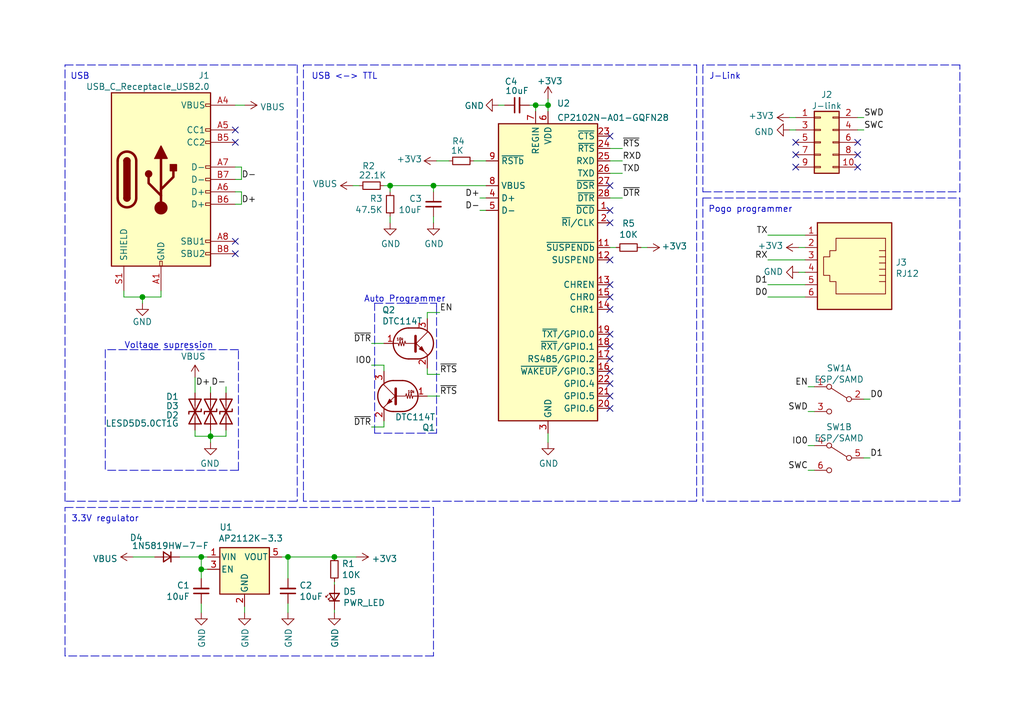
<source format=kicad_sch>
(kicad_sch (version 20210126) (generator eeschema)
  (paper "A5")
  (title_block (title "Programmer board") (date "2021-03-23") (rev "0.1") (comment 1 "ESP32/SAMD compatible "))
  (lib_symbols
    (symbol "Connector:RJ12" (pin_names (offset 1.016))
      (property "Reference" "J" (at -5.08 11.43 0))
      (property "Value" "RJ12" (at 2.54 11.43 0))
      (symbol "RJ12_0_1"
        (rectangle (start 7.62 10.16) (end -7.62 -7.62) (stroke (width 0.254)) (fill (type background)))
        (polyline (pts (xy -6.35 -1.905) (xy -5.08 -1.905) (xy -5.08 -1.905)))
        (polyline (pts (xy -6.35 -0.635) (xy -5.08 -0.635) (xy -5.08 -0.635)))
        (polyline (pts (xy -6.35 0.635) (xy -5.08 0.635) (xy -5.08 0.635)))
        (polyline (pts (xy -6.35 1.905) (xy -5.08 1.905) (xy -5.08 1.905)))
        (polyline (pts (xy -6.35 3.175) (xy -5.08 3.175) (xy -5.08 3.175)))
        (polyline (pts (xy -5.08 4.445) (xy -6.35 4.445) (xy -6.35 4.445)))
        (polyline (pts (xy -6.35 -4.445) (xy -6.35 6.985) (xy 3.81 6.985) (xy 3.81 4.445) (xy 5.08 4.445) (xy 5.08 3.175) (xy 6.35 3.175) (xy 6.35 -0.635) (xy 5.08 -0.635) (xy 5.08 -1.905) (xy 3.81 -1.905) (xy 3.81 -4.445) (xy -6.35 -4.445) (xy -6.35 -4.445)))
      )
      (symbol "RJ12_1_1"
        (pin passive line (at 10.16 -5.08 180) (length 2.54) (name "~") (number "1"))
        (pin passive line (at 10.16 -2.54 180) (length 2.54) (name "~") (number "2"))
        (pin passive line (at 10.16 0 180) (length 2.54) (name "~") (number "3"))
        (pin passive line (at 10.16 2.54 180) (length 2.54) (name "~") (number "4"))
        (pin passive line (at 10.16 5.08 180) (length 2.54) (name "~") (number "5"))
        (pin passive line (at 10.16 7.62 180) (length 2.54) (name "~") (number "6"))
      )
    )
    (symbol "Connector:USB_C_Receptacle_USB2.0" (pin_names (offset 1.016))
      (property "Reference" "J" (at -10.16 19.05 0))
      (property "Value" "USB_C_Receptacle_USB2.0" (at 19.05 19.05 0))
      (symbol "USB_C_Receptacle_USB2.0_0_0"
        (rectangle (start -0.254 -17.78) (end 0.254 -16.764))
        (rectangle (start 10.16 -14.986) (end 9.144 -15.494))
        (rectangle (start 10.16 -12.446) (end 9.144 -12.954))
        (rectangle (start 10.16 -4.826) (end 9.144 -5.334))
        (rectangle (start 10.16 -2.286) (end 9.144 -2.794))
        (rectangle (start 10.16 0.254) (end 9.144 -0.254))
        (rectangle (start 10.16 2.794) (end 9.144 2.286))
        (rectangle (start 10.16 7.874) (end 9.144 7.366))
        (rectangle (start 10.16 10.414) (end 9.144 9.906))
        (rectangle (start 10.16 15.494) (end 9.144 14.986))
      )
      (symbol "USB_C_Receptacle_USB2.0_0_1"
        (arc (start -8.89 -3.81) (end -5.08 -3.81) (radius (at -6.985 -3.81) (length 1.905) (angles -179.9 -0.1)) (stroke (width 0.508)))
        (arc (start -7.62 -3.81) (end -6.35 -3.81) (radius (at -6.985 -3.81) (length 0.635) (angles -179.9 -0.1)) (stroke (width 0.254)))
        (arc (start -6.35 3.81) (end -7.62 3.81) (radius (at -6.985 3.81) (length 0.635) (angles 0.1 179.9)) (stroke (width 0.254)))
        (arc (start -5.08 3.81) (end -8.89 3.81) (radius (at -6.985 3.81) (length 1.905) (angles 0.1 179.9)) (stroke (width 0.508)))
        (arc (start -7.62 -3.81) (end -6.35 -3.81) (radius (at -6.985 -3.81) (length 0.635) (angles -179.9 -0.1)) (stroke (width 0.254)) (fill (type outline)))
        (arc (start -6.35 3.81) (end -7.62 3.81) (radius (at -6.985 3.81) (length 0.635) (angles 0.1 179.9)) (stroke (width 0.254)) (fill (type outline)))
        (circle (center -2.54 1.143) (radius 0.635) (stroke (width 0.254)) (fill (type outline)))
        (circle (center 0 -5.842) (radius 1.27) (fill (type outline)))
        (rectangle (start -7.62 -3.81) (end -6.35 3.81) (stroke (width 0.254)) (fill (type outline)))
        (rectangle (start 1.905 1.778) (end 3.175 3.048) (stroke (width 0.254)) (fill (type outline)))
        (rectangle (start -10.16 17.78) (end 10.16 -17.78) (stroke (width 0.254)) (fill (type background)))
        (polyline (pts (xy -8.89 -3.81) (xy -8.89 3.81)) (stroke (width 0.508)))
        (polyline (pts (xy -5.08 3.81) (xy -5.08 -3.81)) (stroke (width 0.508)))
        (polyline (pts (xy 0 -5.842) (xy 0 4.318)) (stroke (width 0.508)))
        (polyline (pts (xy 0 -3.302) (xy -2.54 -0.762) (xy -2.54 0.508)) (stroke (width 0.508)))
        (polyline (pts (xy 0 -2.032) (xy 2.54 0.508) (xy 2.54 1.778)) (stroke (width 0.508)))
        (polyline (pts (xy -1.27 4.318) (xy 0 6.858) (xy 1.27 4.318) (xy -1.27 4.318)) (stroke (width 0.254)) (fill (type outline)))
      )
      (symbol "USB_C_Receptacle_USB2.0_1_1"
        (pin passive line (at 0 -22.86 90) (length 5.08) (name "GND") (number "A1"))
        (pin passive line (at 0 -22.86 90) (length 5.08) hide (name "GND") (number "A12"))
        (pin passive line (at 15.24 15.24 180) (length 5.08) (name "VBUS") (number "A4"))
        (pin bidirectional line (at 15.24 10.16 180) (length 5.08) (name "CC1") (number "A5"))
        (pin bidirectional line (at 15.24 -2.54 180) (length 5.08) (name "D+") (number "A6"))
        (pin bidirectional line (at 15.24 2.54 180) (length 5.08) (name "D-") (number "A7"))
        (pin bidirectional line (at 15.24 -12.7 180) (length 5.08) (name "SBU1") (number "A8"))
        (pin passive line (at 15.24 15.24 180) (length 5.08) hide (name "VBUS") (number "A9"))
        (pin passive line (at 0 -22.86 90) (length 5.08) hide (name "GND") (number "B1"))
        (pin passive line (at 0 -22.86 90) (length 5.08) hide (name "GND") (number "B12"))
        (pin passive line (at 15.24 15.24 180) (length 5.08) hide (name "VBUS") (number "B4"))
        (pin bidirectional line (at 15.24 7.62 180) (length 5.08) (name "CC2") (number "B5"))
        (pin bidirectional line (at 15.24 -5.08 180) (length 5.08) (name "D+") (number "B6"))
        (pin bidirectional line (at 15.24 0 180) (length 5.08) (name "D-") (number "B7"))
        (pin bidirectional line (at 15.24 -15.24 180) (length 5.08) (name "SBU2") (number "B8"))
        (pin passive line (at 15.24 15.24 180) (length 5.08) hide (name "VBUS") (number "B9"))
        (pin passive line (at -7.62 -22.86 90) (length 5.08) (name "SHIELD") (number "S1"))
      )
    )
    (symbol "Connector_Generic:Conn_02x05_Odd_Even" (pin_names (offset 1.016) hide)
      (property "Reference" "J" (at 1.27 7.62 0))
      (property "Value" "Conn_02x05_Odd_Even" (at 1.27 -7.62 0))
      (symbol "Conn_02x05_Odd_Even_1_1"
        (rectangle (start -1.27 -4.953) (end 0 -5.207) (stroke (width 0.1524)))
        (rectangle (start -1.27 -2.413) (end 0 -2.667) (stroke (width 0.1524)))
        (rectangle (start -1.27 0.127) (end 0 -0.127) (stroke (width 0.1524)))
        (rectangle (start -1.27 2.667) (end 0 2.413) (stroke (width 0.1524)))
        (rectangle (start -1.27 5.207) (end 0 4.953) (stroke (width 0.1524)))
        (rectangle (start 3.81 -4.953) (end 2.54 -5.207) (stroke (width 0.1524)))
        (rectangle (start 3.81 -2.413) (end 2.54 -2.667) (stroke (width 0.1524)))
        (rectangle (start 3.81 0.127) (end 2.54 -0.127) (stroke (width 0.1524)))
        (rectangle (start 3.81 2.667) (end 2.54 2.413) (stroke (width 0.1524)))
        (rectangle (start 3.81 5.207) (end 2.54 4.953) (stroke (width 0.1524)))
        (rectangle (start -1.27 6.35) (end 3.81 -6.35) (stroke (width 0.254)) (fill (type background)))
        (pin passive line (at -5.08 5.08 0) (length 3.81) (name "Pin_1") (number "1"))
        (pin passive line (at 7.62 -5.08 180) (length 3.81) (name "Pin_10") (number "10"))
        (pin passive line (at 7.62 5.08 180) (length 3.81) (name "Pin_2") (number "2"))
        (pin passive line (at -5.08 2.54 0) (length 3.81) (name "Pin_3") (number "3"))
        (pin passive line (at 7.62 2.54 180) (length 3.81) (name "Pin_4") (number "4"))
        (pin passive line (at -5.08 0 0) (length 3.81) (name "Pin_5") (number "5"))
        (pin passive line (at 7.62 0 180) (length 3.81) (name "Pin_6") (number "6"))
        (pin passive line (at -5.08 -2.54 0) (length 3.81) (name "Pin_7") (number "7"))
        (pin passive line (at 7.62 -2.54 180) (length 3.81) (name "Pin_8") (number "8"))
        (pin passive line (at -5.08 -5.08 0) (length 3.81) (name "Pin_9") (number "9"))
      )
    )
    (symbol "Device:C_Small" (pin_numbers hide) (pin_names (offset 0.254) hide)
      (property "Reference" "C" (at 0.254 1.778 0))
      (property "Value" "C_Small" (at 0.254 -2.032 0))
      (symbol "C_Small_0_1"
        (polyline (pts (xy -1.524 -0.508) (xy 1.524 -0.508)) (stroke (width 0.3302)))
        (polyline (pts (xy -1.524 0.508) (xy 1.524 0.508)) (stroke (width 0.3048)))
      )
      (symbol "C_Small_1_1"
        (pin passive line (at 0 2.54 270) (length 2.032) (name "~") (number "1"))
        (pin passive line (at 0 -2.54 90) (length 2.032) (name "~") (number "2"))
      )
    )
    (symbol "Device:D_Small" (pin_numbers hide) (pin_names (offset 0.254) hide)
      (property "Reference" "D" (at -1.27 2.032 0))
      (property "Value" "D_Small" (at -3.81 -2.032 0))
      (symbol "D_Small_0_1"
        (polyline (pts (xy -0.762 -1.016) (xy -0.762 1.016)) (stroke (width 0.254)))
        (polyline (pts (xy -0.762 0) (xy 0.762 0)))
        (polyline (pts (xy 0.762 -1.016) (xy -0.762 0) (xy 0.762 1.016) (xy 0.762 -1.016)) (stroke (width 0.254)))
      )
      (symbol "D_Small_1_1"
        (pin passive line (at -2.54 0 0) (length 1.778) (name "K") (number "1"))
        (pin passive line (at 2.54 0 180) (length 1.778) (name "A") (number "2"))
      )
    )
    (symbol "Device:D_TVS" (pin_numbers hide) (pin_names (offset 1.016) hide)
      (property "Reference" "D" (at 0 2.54 0))
      (property "Value" "D_TVS" (at 0 -2.54 0))
      (symbol "D_TVS_0_1"
        (polyline (pts (xy 1.27 0) (xy -1.27 0)))
        (polyline (pts (xy 0.508 1.27) (xy 0 1.27) (xy 0 -1.27) (xy -0.508 -1.27)) (stroke (width 0.254)))
        (polyline (pts (xy -2.54 1.27) (xy -2.54 -1.27) (xy 2.54 1.27) (xy 2.54 -1.27) (xy -2.54 1.27)) (stroke (width 0.254)))
      )
      (symbol "D_TVS_1_1"
        (pin passive line (at -3.81 0 0) (length 2.54) (name "A1") (number "1"))
        (pin passive line (at 3.81 0 180) (length 2.54) (name "A2") (number "2"))
      )
    )
    (symbol "Device:LED_Small" (pin_numbers hide) (pin_names (offset 0.254) hide)
      (property "Reference" "D" (at -1.27 3.175 0))
      (property "Value" "LED_Small" (at -4.445 -2.54 0))
      (symbol "LED_Small_0_1"
        (polyline (pts (xy -0.762 -1.016) (xy -0.762 1.016)) (stroke (width 0.254)))
        (polyline (pts (xy 1.016 0) (xy -0.762 0)))
        (polyline (pts (xy 0.762 -1.016) (xy -0.762 0) (xy 0.762 1.016) (xy 0.762 -1.016)) (stroke (width 0.254)))
        (polyline (pts (xy 0 0.762) (xy -0.508 1.27) (xy -0.254 1.27) (xy -0.508 1.27) (xy -0.508 1.016)))
        (polyline (pts (xy 0.508 1.27) (xy 0 1.778) (xy 0.254 1.778) (xy 0 1.778) (xy 0 1.524)))
      )
      (symbol "LED_Small_1_1"
        (pin passive line (at -2.54 0 0) (length 1.778) (name "K") (number "1"))
        (pin passive line (at 2.54 0 180) (length 1.778) (name "A") (number "2"))
      )
    )
    (symbol "Device:R_Small" (pin_numbers hide) (pin_names (offset 0.254) hide)
      (property "Reference" "R" (at 0.762 0.508 0))
      (property "Value" "R_Small" (at 0.762 -1.016 0))
      (symbol "R_Small_0_1"
        (rectangle (start -0.762 1.778) (end 0.762 -1.778) (stroke (width 0.2032)))
      )
      (symbol "R_Small_1_1"
        (pin passive line (at 0 2.54 270) (length 0.762) (name "~") (number "1"))
        (pin passive line (at 0 -2.54 90) (length 0.762) (name "~") (number "2"))
      )
    )
    (symbol "Interface_USB:CP2102N-A01-GQFN28"
      (property "Reference" "U" (at -7.62 31.75 0))
      (property "Value" "CP2102N-A01-GQFN28" (at 26.67 31.75 0))
      (symbol "CP2102N-A01-GQFN28_0_1"
        (rectangle (start -10.16 30.48) (end 10.16 -30.48) (stroke (width 0.254)) (fill (type background)))
      )
      (symbol "CP2102N-A01-GQFN28_1_1"
        (pin input line (at 12.7 12.7 180) (length 2.54) (name "~DCD") (number "1"))
        (pin no_connect line (at -10.16 -10.16 0) (length 2.54) hide (name "NC") (number "10"))
        (pin output line (at 12.7 5.08 180) (length 2.54) (name "~SUSPENDb") (number "11"))
        (pin output line (at 12.7 2.54 180) (length 2.54) (name "SUSPEND") (number "12"))
        (pin output line (at 12.7 -2.54 180) (length 2.54) (name "CHREN") (number "13"))
        (pin output line (at 12.7 -7.62 180) (length 2.54) (name "CHR1") (number "14"))
        (pin output line (at 12.7 -5.08 180) (length 2.54) (name "CHR0") (number "15"))
        (pin bidirectional line (at 12.7 -20.32 180) (length 2.54) (name "~WAKEUP~/GPIO.3") (number "16"))
        (pin bidirectional line (at 12.7 -17.78 180) (length 2.54) (name "RS485/GPIO.2") (number "17"))
        (pin bidirectional line (at 12.7 -15.24 180) (length 2.54) (name "~RXT~/GPIO.1") (number "18"))
        (pin bidirectional line (at 12.7 -12.7 180) (length 2.54) (name "~TXT~/GPIO.0") (number "19"))
        (pin bidirectional line (at 12.7 10.16 180) (length 2.54) (name "~RI~/CLK") (number "2"))
        (pin bidirectional line (at 12.7 -27.94 180) (length 2.54) (name "GPIO.6") (number "20"))
        (pin bidirectional line (at 12.7 -25.4 180) (length 2.54) (name "GPIO.5") (number "21"))
        (pin bidirectional line (at 12.7 -22.86 180) (length 2.54) (name "GPIO.4") (number "22"))
        (pin input line (at 12.7 27.94 180) (length 2.54) (name "~CTS") (number "23"))
        (pin output line (at 12.7 25.4 180) (length 2.54) (name "~RTS") (number "24"))
        (pin input line (at 12.7 22.86 180) (length 2.54) (name "RXD") (number "25"))
        (pin output line (at 12.7 20.32 180) (length 2.54) (name "TXD") (number "26"))
        (pin input line (at 12.7 17.78 180) (length 2.54) (name "~DSR") (number "27"))
        (pin output line (at 12.7 15.24 180) (length 2.54) (name "~DTR") (number "28"))
        (pin passive line (at 0 -33.02 90) (length 2.54) hide (name "GND") (number "29"))
        (pin power_in line (at 0 -33.02 90) (length 2.54) (name "GND") (number "3"))
        (pin bidirectional line (at -12.7 15.24 0) (length 2.54) (name "D+") (number "4"))
        (pin bidirectional line (at -12.7 12.7 0) (length 2.54) (name "D-") (number "5"))
        (pin passive line (at 0 33.02 270) (length 2.54) (name "VDD") (number "6"))
        (pin power_in line (at -2.54 33.02 270) (length 2.54) (name "REGIN") (number "7"))
        (pin input line (at -12.7 17.78 0) (length 2.54) (name "VBUS") (number "8"))
        (pin input line (at -12.7 22.86 0) (length 2.54) (name "~RSTb") (number "9"))
      )
    )
    (symbol "Regulator_Linear:AP2112K-3.3" (pin_names (offset 0.254))
      (property "Reference" "U" (at -5.08 5.715 0))
      (property "Value" "AP2112K-3.3" (at 0 5.715 0))
      (symbol "AP2112K-3.3_0_1"
        (rectangle (start -5.08 4.445) (end 5.08 -5.08) (stroke (width 0.254)) (fill (type background)))
      )
      (symbol "AP2112K-3.3_1_1"
        (pin power_in line (at -7.62 2.54 0) (length 2.54) (name "VIN") (number "1"))
        (pin power_in line (at 0 -7.62 90) (length 2.54) (name "GND") (number "2"))
        (pin input line (at -7.62 0 0) (length 2.54) (name "EN") (number "3"))
        (pin no_connect line (at 5.08 0 180) (length 2.54) hide (name "NC") (number "4"))
        (pin power_out line (at 7.62 2.54 180) (length 2.54) (name "VOUT") (number "5"))
      )
    )
    (symbol "Switch:SW_DPDT_x2" (pin_names (offset 0) hide)
      (property "Reference" "SW" (at 0 4.318 0))
      (property "Value" "SW_DPDT_x2" (at 0 -5.08 0))
      (symbol "SW_DPDT_x2_0_0"
        (circle (center -2.032 0) (radius 0.508))
        (circle (center 2.032 -2.54) (radius 0.508))
      )
      (symbol "SW_DPDT_x2_0_1"
        (circle (center 2.032 2.54) (radius 0.508))
        (polyline (pts (xy -1.524 0.254) (xy 1.651 2.286)))
      )
      (symbol "SW_DPDT_x2_1_1"
        (pin passive line (at 5.08 2.54 180) (length 2.54) (name "A") (number "1"))
        (pin passive line (at -5.08 0 0) (length 2.54) (name "B") (number "2"))
        (pin passive line (at 5.08 -2.54 180) (length 2.54) (name "C") (number "3"))
      )
      (symbol "SW_DPDT_x2_2_1"
        (pin passive line (at 5.08 2.54 180) (length 2.54) (name "A") (number "4"))
        (pin passive line (at -5.08 0 0) (length 2.54) (name "B") (number "5"))
        (pin passive line (at 5.08 -2.54 180) (length 2.54) (name "C") (number "6"))
      )
    )
    (symbol "Transistor_BJT:DTC114T" (pin_names (offset 0) hide)
      (property "Reference" "Q" (at 5.08 1.905 0))
      (property "Value" "DTC114T" (at 5.08 0 0))
      (symbol "DTC114T_0_0"
        (text "10k" (at -3.048 0.889 0) (effects (font (size 0.508 0.508))))
        (polyline (pts (xy 2.54 -2.286) (xy 2.54 -2.54)))
      )
      (symbol "DTC114T_0_1"
        (arc (start -1.27 3.175) (end -1.27 -3.175) (radius (at -1.27 0) (length 3.175) (angles 90.1 -90.1)) (stroke (width 0.254)))
        (arc (start 0.635 -3.175) (end 0.635 3.175) (radius (at 0.635 0) (length 3.175) (angles -89.9 89.9)) (stroke (width 0.254)))
        (polyline (pts (xy -3.429 0) (xy -3.81 0)))
        (polyline (pts (xy -1.27 -3.175) (xy 0.635 -3.175)) (stroke (width 0.254)))
        (polyline (pts (xy -1.27 3.175) (xy 0.635 3.175)) (stroke (width 0.254)))
        (polyline (pts (xy 0 -0.254) (xy 2.54 2.286)))
        (polyline (pts (xy 2.54 2.286) (xy 2.54 2.54)))
        (polyline (pts (xy 2.54 -2.286) (xy 0 0.254) (xy 0 0.254)))
        (polyline (pts (xy 0 0) (xy -1.905 0) (xy -2.032 0.508) (xy -2.286 -0.508) (xy -2.54 0.508) (xy -2.794 -0.508) (xy -3.048 0.508) (xy -3.302 -0.508) (xy -3.429 0)))
        (polyline (pts (xy 0.127 1.524) (xy 0.127 -1.651)) (stroke (width 0.508)) (fill (type outline)))
        (polyline (pts (xy 0.889 -1.143) (xy 1.397 -0.635) (xy 1.905 -1.651) (xy 0.889 -1.143)) (fill (type outline)))
      )
      (symbol "DTC114T_1_1"
        (pin input line (at -6.35 0 0) (length 2.54) (name "B") (number "1"))
        (pin passive line (at 2.54 -5.08 90) (length 2.54) (name "E") (number "2"))
        (pin passive line (at 2.54 5.08 270) (length 2.54) (name "C") (number "3"))
      )
    )
    (symbol "power:+3.3V" (power) (pin_names (offset 0))
      (property "Value" "+3.3V" (at 0 3.556 0))
      (symbol "+3.3V_0_1"
        (polyline (pts (xy -0.762 1.27) (xy 0 2.54)))
        (polyline (pts (xy 0 0) (xy 0 2.54)))
        (polyline (pts (xy 0 2.54) (xy 0.762 1.27)))
      )
      (symbol "+3.3V_1_1"
        (pin power_in line (at 0 0 90) (length 0) hide (name "+3V3") (number "1"))
      )
    )
    (symbol "power:GND" (power) (pin_names (offset 0))
      (property "Value" "GND" (at 0 -3.81 0))
      (symbol "GND_0_1"
        (polyline (pts (xy 0 0) (xy 0 -1.27) (xy 1.27 -1.27) (xy 0 -2.54) (xy -1.27 -1.27) (xy 0 -1.27)))
      )
      (symbol "GND_1_1"
        (pin power_in line (at 0 0 270) (length 0) hide (name "GND") (number "1"))
      )
    )
    (symbol "power:VBUS" (power) (pin_names (offset 0))
      (property "Value" "VBUS" (at 0 3.81 0))
      (symbol "VBUS_0_1"
        (polyline (pts (xy -0.762 1.27) (xy 0 2.54)))
        (polyline (pts (xy 0 0) (xy 0 2.54)))
        (polyline (pts (xy 0 2.54) (xy 0.762 1.27)))
      )
      (symbol "VBUS_1_1"
        (pin power_in line (at 0 0 90) (length 0) hide (name "VBUS") (number "1"))
      )
    )
  )
  (junction (at 29.21 60.96) (diameter 1.016))
  (junction (at 41.275 114.3) (diameter 1.016))
  (junction (at 41.275 116.84) (diameter 1.016))
  (junction (at 43.18 89.535) (diameter 1.016))
  (junction (at 59.055 114.3) (diameter 1.016))
  (junction (at 68.58 114.3) (diameter 1.016))
  (junction (at 80.01 38.1) (diameter 1.016))
  (junction (at 88.9 38.1) (diameter 1.016))
  (junction (at 109.855 21.59) (diameter 1.016))
  (junction (at 112.395 21.59) (diameter 1.016))
  (no_connect (at 48.26 26.67))
  (no_connect (at 48.26 29.21))
  (no_connect (at 48.26 49.53))
  (no_connect (at 48.26 52.07))
  (no_connect (at 125.095 27.94))
  (no_connect (at 125.095 38.1))
  (no_connect (at 125.095 43.18))
  (no_connect (at 125.095 45.72))
  (no_connect (at 125.095 53.34))
  (no_connect (at 125.095 58.42))
  (no_connect (at 125.095 60.96))
  (no_connect (at 125.095 63.5))
  (no_connect (at 125.095 68.58))
  (no_connect (at 125.095 71.12))
  (no_connect (at 125.095 73.66))
  (no_connect (at 125.095 76.2))
  (no_connect (at 125.095 78.74))
  (no_connect (at 125.095 81.28))
  (no_connect (at 125.095 83.82))
  (no_connect (at 163.195 29.21))
  (no_connect (at 163.195 31.75))
  (no_connect (at 163.195 34.29))
  (no_connect (at 175.895 29.21))
  (no_connect (at 175.895 31.75))
  (no_connect (at 175.895 34.29))
  (wire (pts (xy 25.4 60.96) (xy 25.4 59.69)))
  (wire (pts (xy 27.305 114.3) (xy 31.75 114.3)))
  (wire (pts (xy 29.21 60.96) (xy 25.4 60.96)))
  (wire (pts (xy 29.21 60.96) (xy 29.21 62.23)))
  (wire (pts (xy 33.02 59.69) (xy 33.02 60.96)))
  (wire (pts (xy 33.02 60.96) (xy 29.21 60.96)))
  (wire (pts (xy 36.83 114.3) (xy 41.275 114.3)))
  (wire (pts (xy 40.005 77.47) (xy 40.005 80.645)))
  (wire (pts (xy 40.005 89.535) (xy 40.005 88.265)))
  (wire (pts (xy 41.275 114.3) (xy 41.275 116.84)))
  (wire (pts (xy 41.275 116.84) (xy 41.275 118.745)))
  (wire (pts (xy 41.275 116.84) (xy 42.545 116.84)))
  (wire (pts (xy 41.275 123.825) (xy 41.275 125.73)))
  (wire (pts (xy 42.545 114.3) (xy 41.275 114.3)))
  (wire (pts (xy 43.18 79.375) (xy 43.18 80.645)))
  (wire (pts (xy 43.18 88.265) (xy 43.18 89.535)))
  (wire (pts (xy 43.18 89.535) (xy 40.005 89.535)))
  (wire (pts (xy 43.18 89.535) (xy 43.18 90.805)))
  (wire (pts (xy 46.355 79.375) (xy 46.355 80.645)))
  (wire (pts (xy 46.355 88.265) (xy 46.355 89.535)))
  (wire (pts (xy 46.355 89.535) (xy 43.18 89.535)))
  (wire (pts (xy 48.26 36.83) (xy 49.53 36.83)))
  (wire (pts (xy 48.26 39.37) (xy 49.53 39.37)))
  (wire (pts (xy 49.53 34.29) (xy 48.26 34.29)))
  (wire (pts (xy 49.53 36.83) (xy 49.53 34.29)))
  (wire (pts (xy 49.53 39.37) (xy 49.53 41.91)))
  (wire (pts (xy 49.53 41.91) (xy 48.26 41.91)))
  (wire (pts (xy 50.165 21.59) (xy 48.26 21.59)))
  (wire (pts (xy 50.165 124.46) (xy 50.165 125.73)))
  (wire (pts (xy 57.785 114.3) (xy 59.055 114.3)))
  (wire (pts (xy 59.055 114.3) (xy 59.055 118.745)))
  (wire (pts (xy 59.055 114.3) (xy 68.58 114.3)))
  (wire (pts (xy 59.055 123.825) (xy 59.055 125.73)))
  (wire (pts (xy 68.58 119.38) (xy 68.58 120.015)))
  (wire (pts (xy 68.58 125.095) (xy 68.58 125.73)))
  (wire (pts (xy 72.39 38.1) (xy 73.66 38.1)))
  (wire (pts (xy 73.025 114.3) (xy 68.58 114.3)))
  (wire (pts (xy 76.2 70.485) (xy 78.74 70.485)))
  (wire (pts (xy 76.2 74.93) (xy 78.74 74.93)))
  (wire (pts (xy 76.2 87.63) (xy 78.74 87.63)))
  (wire (pts (xy 78.74 38.1) (xy 80.01 38.1)))
  (wire (pts (xy 78.74 76.2) (xy 78.74 74.93)))
  (wire (pts (xy 78.74 86.36) (xy 78.74 87.63)))
  (wire (pts (xy 80.01 38.1) (xy 80.01 39.37)))
  (wire (pts (xy 80.01 44.45) (xy 80.01 45.72)))
  (wire (pts (xy 87.63 64.135) (xy 90.17 64.135)))
  (wire (pts (xy 87.63 65.405) (xy 87.63 64.135)))
  (wire (pts (xy 87.63 75.565) (xy 87.63 76.835)))
  (wire (pts (xy 87.63 76.835) (xy 90.17 76.835)))
  (wire (pts (xy 87.63 81.28) (xy 90.17 81.28)))
  (wire (pts (xy 88.9 38.1) (xy 80.01 38.1)))
  (wire (pts (xy 88.9 38.1) (xy 88.9 39.37)))
  (wire (pts (xy 88.9 38.1) (xy 99.695 38.1)))
  (wire (pts (xy 88.9 44.45) (xy 88.9 45.72)))
  (wire (pts (xy 89.535 33.02) (xy 92.075 33.02)))
  (wire (pts (xy 97.155 33.02) (xy 99.695 33.02)))
  (wire (pts (xy 98.425 40.64) (xy 99.695 40.64)))
  (wire (pts (xy 98.425 43.18) (xy 99.695 43.18)))
  (wire (pts (xy 102.235 21.59) (xy 103.505 21.59)))
  (wire (pts (xy 108.585 21.59) (xy 109.855 21.59)))
  (wire (pts (xy 109.855 21.59) (xy 109.855 22.86)))
  (wire (pts (xy 109.855 21.59) (xy 112.395 21.59)))
  (wire (pts (xy 112.395 20.32) (xy 112.395 21.59)))
  (wire (pts (xy 112.395 21.59) (xy 112.395 22.86)))
  (wire (pts (xy 112.395 88.9) (xy 112.395 90.805)))
  (wire (pts (xy 125.095 30.48) (xy 127.635 30.48)))
  (wire (pts (xy 125.095 33.02) (xy 127.635 33.02)))
  (wire (pts (xy 125.095 35.56) (xy 127.635 35.56)))
  (wire (pts (xy 125.095 40.64) (xy 127.635 40.64)))
  (wire (pts (xy 125.095 50.8) (xy 126.365 50.8)))
  (wire (pts (xy 131.445 50.8) (xy 132.715 50.8)))
  (wire (pts (xy 157.48 48.26) (xy 165.1 48.26)))
  (wire (pts (xy 157.48 58.42) (xy 165.1 58.42)))
  (wire (pts (xy 161.925 24.13) (xy 163.195 24.13)))
  (wire (pts (xy 161.925 26.67) (xy 163.195 26.67)))
  (wire (pts (xy 163.83 50.8) (xy 165.1 50.8)))
  (wire (pts (xy 165.1 53.34) (xy 157.48 53.34)))
  (wire (pts (xy 165.1 55.88) (xy 163.83 55.88)))
  (wire (pts (xy 165.1 60.96) (xy 157.48 60.96)))
  (wire (pts (xy 165.735 79.375) (xy 167.005 79.375)))
  (wire (pts (xy 165.735 84.455) (xy 167.005 84.455)))
  (wire (pts (xy 165.735 91.44) (xy 167.005 91.44)))
  (wire (pts (xy 165.735 96.52) (xy 167.005 96.52)))
  (wire (pts (xy 175.895 24.13) (xy 177.165 24.13)))
  (wire (pts (xy 175.895 26.67) (xy 177.165 26.67)))
  (wire (pts (xy 177.165 81.915) (xy 178.435 81.915)))
  (wire (pts (xy 177.165 93.98) (xy 178.435 93.98)))
  (polyline (pts (xy 13.335 13.335) (xy 60.96 13.335)) (stroke (width 0) (type dash)))
  (polyline (pts (xy 13.335 102.87) (xy 13.335 13.335)) (stroke (width 0) (type dash)))
  (polyline (pts (xy 13.335 104.14) (xy 88.9 104.14)) (stroke (width 0) (type dash)))
  (polyline (pts (xy 13.335 134.62) (xy 13.335 104.14)) (stroke (width 0) (type dash)))
  (polyline (pts (xy 21.59 71.755) (xy 21.59 96.52)) (stroke (width 0) (type dash)))
  (polyline (pts (xy 48.895 71.755) (xy 21.59 71.755)) (stroke (width 0) (type dash)))
  (polyline (pts (xy 48.895 96.52) (xy 21.59 96.52)) (stroke (width 0) (type dash)))
  (polyline (pts (xy 48.895 96.52) (xy 48.895 71.755)) (stroke (width 0) (type dash)))
  (polyline (pts (xy 60.96 13.335) (xy 60.96 102.87)) (stroke (width 0) (type dash)))
  (polyline (pts (xy 60.96 102.87) (xy 13.335 102.87)) (stroke (width 0) (type dash)))
  (polyline (pts (xy 62.23 13.335) (xy 142.875 13.335)) (stroke (width 0) (type dash)))
  (polyline (pts (xy 62.23 102.87) (xy 62.23 13.335)) (stroke (width 0) (type dash)))
  (polyline (pts (xy 76.835 62.23) (xy 89.535 62.23)) (stroke (width 0) (type dash)))
  (polyline (pts (xy 76.835 88.9) (xy 76.835 62.23)) (stroke (width 0) (type dash)))
  (polyline (pts (xy 88.9 104.14) (xy 88.9 134.62)) (stroke (width 0) (type dash)))
  (polyline (pts (xy 88.9 134.62) (xy 13.335 134.62)) (stroke (width 0) (type dash)))
  (polyline (pts (xy 89.535 62.23) (xy 89.535 62.865)) (stroke (width 0.152) (type dash)))
  (polyline (pts (xy 89.535 62.865) (xy 89.535 88.9)) (stroke (width 0) (type dash)))
  (polyline (pts (xy 89.535 88.9) (xy 76.835 88.9)) (stroke (width 0) (type dash)))
  (polyline (pts (xy 142.875 13.335) (xy 142.875 102.87)) (stroke (width 0) (type dash)))
  (polyline (pts (xy 142.875 102.87) (xy 62.23 102.87)) (stroke (width 0) (type dash)))
  (polyline (pts (xy 144.145 13.335) (xy 144.145 39.37)) (stroke (width 0) (type dash)))
  (polyline (pts (xy 144.145 39.37) (xy 196.85 39.37)) (stroke (width 0) (type dash)))
  (polyline (pts (xy 144.145 40.64) (xy 144.145 102.87)) (stroke (width 0) (type dash)))
  (polyline (pts (xy 144.145 40.64) (xy 196.85 40.64)) (stroke (width 0) (type dash)))
  (polyline (pts (xy 196.85 13.335) (xy 144.145 13.335)) (stroke (width 0) (type dash)))
  (polyline (pts (xy 196.85 39.37) (xy 196.85 13.335)) (stroke (width 0) (type dash)))
  (polyline (pts (xy 196.85 40.64) (xy 196.85 102.87)) (stroke (width 0) (type dash)))
  (polyline (pts (xy 196.85 102.87) (xy 144.145 102.87)) (stroke (width 0) (type dash)))
  (text "3.3V regulator\n" (at 14.605 107.315 0) (effects (font (size 1.27 1.27)) (justify left bottom)))
  (text "USB" (at 18.415 16.51 180) (effects (font (size 1.27 1.27)) (justify right bottom)))
  (text "Voltage supression\n" (at 43.815 71.755 180) (effects (font (size 1.27 1.27)) (justify right bottom)))
  (text "USB <-> TTL" (at 77.47 16.51 180) (effects (font (size 1.27 1.27)) (justify right bottom)))
  (text "Auto Programmer\n" (at 91.44 62.23 180) (effects (font (size 1.27 1.27)) (justify right bottom)))
  (text "J-Link\n" (at 145.415 16.51 0) (effects (font (size 1.27 1.27)) (justify left bottom)))
  (text "Pogo programmer" (at 162.56 43.815 180) (effects (font (size 1.27 1.27)) (justify right bottom)))
  (label "D+" (at 43.18 79.375 180))
  (label "D-" (at 46.355 79.375 180))
  (label "D-" (at 49.53 36.83 0))
  (label "D+" (at 49.53 41.91 0))
  (label "~DTR" (at 76.2 70.485 180))
  (label "IO0" (at 76.2 74.93 180))
  (label "~DTR" (at 76.2 87.63 180))
  (label "EN" (at 90.17 64.135 0))
  (label "~RTS" (at 90.17 76.835 0))
  (label "~RTS" (at 90.17 81.28 0))
  (label "D+" (at 98.425 40.64 180))
  (label "D-" (at 98.425 43.18 180))
  (label "~RTS" (at 127.635 30.48 0))
  (label "RXD" (at 127.635 33.02 0))
  (label "TXD" (at 127.635 35.56 0))
  (label "~DTR" (at 127.635 40.64 0))
  (label "TX" (at 157.48 48.26 180))
  (label "RX" (at 157.48 53.34 180))
  (label "D1" (at 157.48 58.42 180))
  (label "D0" (at 157.48 60.96 180))
  (label "EN" (at 165.735 79.375 180))
  (label "SWD" (at 165.735 84.455 180))
  (label "IO0" (at 165.735 91.44 180))
  (label "SWC" (at 165.735 96.52 180))
  (label "SWD" (at 177.165 24.13 0))
  (label "SWC" (at 177.165 26.67 0))
  (label "D0" (at 178.435 81.915 0))
  (label "D1" (at 178.435 93.98 0))
  (symbol (lib_id "power:VBUS") (at 27.305 114.3 90) (mirror x) (unit 1)
    (property "Reference" "#PWR0105" (effects hide))
    (property "Value" "VBUS" (at 24.1299 114.6683 90) (effects (justify left)))
  )
  (symbol (lib_id "power:VBUS") (at 40.005 77.47 0) (mirror y) (unit 1)
    (property "Reference" "#PWR0104" (effects hide))
    (property "Value" "VBUS" (at 39.6367 73.1456 0))
  )
  (symbol (lib_id "power:VBUS") (at 50.165 21.59 270) (unit 1)
    (property "Reference" "#PWR0103" (effects hide))
    (property "Value" "VBUS" (at 53.3401 21.9583 90) (effects (justify left)))
  )
  (symbol (lib_id "power:VBUS") (at 72.39 38.1 90) (unit 1)
    (property "Reference" "#PWR0110" (effects hide))
    (property "Value" "VBUS" (at 69.2149 37.7317 90) (effects (justify left)))
  )
  (symbol (lib_id "power:+3.3V") (at 73.025 114.3 270) (unit 1)
    (property "Reference" "#PWR0106" (effects hide))
    (property "Value" "+3.3V" (at 76.2001 114.6683 90) (effects (justify left)))
  )
  (symbol (lib_id "power:+3.3V") (at 89.535 33.02 90) (unit 1)
    (property "Reference" "#PWR0114" (effects hide))
    (property "Value" "+3.3V" (at 83.9406 32.6517 90))
  )
  (symbol (lib_id "power:+3.3V") (at 112.395 20.32 0) (unit 1)
    (property "Reference" "#PWR0112" (effects hide))
    (property "Value" "+3.3V" (at 112.7633 16.6306 0))
  )
  (symbol (lib_id "power:+3.3V") (at 132.715 50.8 270) (unit 1)
    (property "Reference" "#PWR0118" (effects hide))
    (property "Value" "+3.3V" (at 138.3094 50.5333 90))
  )
  (symbol (lib_id "power:+3.3V") (at 161.925 24.13 90) (unit 1)
    (property "Reference" "#PWR0121" (effects hide))
    (property "Value" "+3.3V" (at 158.7499 23.7617 90) (effects (justify left)))
  )
  (symbol (lib_id "power:+3.3V") (at 163.83 50.8 90) (unit 1)
    (property "Reference" "#PWR0119" (effects hide))
    (property "Value" "+3.3V" (at 160.6549 50.4317 90) (effects (justify left)))
  )
  (symbol (lib_id "power:GND") (at 29.21 62.23 0) (unit 1)
    (property "Reference" "#PWR0102" (effects hide))
    (property "Value" "GND" (at 31.2293 66.04 0) (effects (justify right)))
  )
  (symbol (lib_id "power:GND") (at 41.275 125.73 0) (unit 1)
    (property "Reference" "#PWR0107" (effects hide))
    (property "Value" "GND" (at 41.3893 128.905 90) (effects (justify right)))
  )
  (symbol (lib_id "power:GND") (at 43.18 90.805 0) (mirror y) (unit 1)
    (property "Reference" "#PWR0101" (effects hide))
    (property "Value" "GND" (at 43.0657 95.1294 0))
  )
  (symbol (lib_id "power:GND") (at 50.165 125.73 0) (unit 1)
    (property "Reference" "#PWR0111" (effects hide))
    (property "Value" "GND" (at 50.2793 128.905 90) (effects (justify right)))
  )
  (symbol (lib_id "power:GND") (at 59.055 125.73 0) (unit 1)
    (property "Reference" "#PWR0108" (effects hide))
    (property "Value" "GND" (at 59.1693 128.905 90) (effects (justify right)))
  )
  (symbol (lib_id "power:GND") (at 68.58 125.73 0) (unit 1)
    (property "Reference" "#PWR0109" (effects hide))
    (property "Value" "GND" (at 68.6943 128.905 90) (effects (justify right)))
  )
  (symbol (lib_id "power:GND") (at 80.01 45.72 0) (unit 1)
    (property "Reference" "#PWR0116" (effects hide))
    (property "Value" "GND" (at 80.1243 50.0444 0))
  )
  (symbol (lib_id "power:GND") (at 88.9 45.72 0) (unit 1)
    (property "Reference" "#PWR0115" (effects hide))
    (property "Value" "GND" (at 89.0143 50.0444 0))
  )
  (symbol (lib_id "power:GND") (at 102.235 21.59 270) (unit 1)
    (property "Reference" "#PWR0113" (effects hide))
    (property "Value" "GND" (at 97.2756 21.7043 90))
  )
  (symbol (lib_id "power:GND") (at 112.395 90.805 0) (unit 1)
    (property "Reference" "#PWR0117" (effects hide))
    (property "Value" "GND" (at 112.5093 95.1294 0))
  )
  (symbol (lib_id "power:GND") (at 161.925 26.67 270) (unit 1)
    (property "Reference" "#PWR0120" (effects hide))
    (property "Value" "GND" (at 158.75 27.0585 90) (effects (justify right)))
  )
  (symbol (lib_id "power:GND") (at 163.83 55.88 270) (mirror x) (unit 1)
    (property "Reference" "#PWR0122" (effects hide))
    (property "Value" "GND" (at 160.655 55.7657 90) (effects (justify right)))
  )
  (symbol (lib_id "Device:R_Small") (at 68.58 116.84 0) (unit 1)
    (property "Reference" "R1" (at 70.0787 115.6906 0) (effects (justify left)))
    (property "Value" "10K" (at 70.079 117.989 0) (effects (justify left)))
    (property "Footprint" "Resistor_SMD:R_0603_1608Metric" (effects hide))
  )
  (symbol (lib_id "Device:R_Small") (at 76.2 38.1 90) (unit 1)
    (property "Reference" "R2" (at 76.9556 34.0613 90) (effects (justify left)))
    (property "Value" "22.1K" (at 79.254 35.966 90) (effects (justify left)))
    (property "Footprint" "Resistor_SMD:R_0603_1608Metric" (effects hide))
  )
  (symbol (lib_id "Device:R_Small") (at 80.01 41.91 0) (mirror x) (unit 1)
    (property "Reference" "R3" (at 78.5113 40.7606 0) (effects (justify right)))
    (property "Value" "47.5K" (at 78.511 43.059 0) (effects (justify right)))
    (property "Footprint" "Resistor_SMD:R_0603_1608Metric" (effects hide))
  )
  (symbol (lib_id "Device:R_Small") (at 94.615 33.02 90) (unit 1)
    (property "Reference" "R4" (at 95.3706 28.9813 90) (effects (justify left)))
    (property "Value" "1K" (at 95.129 30.886 90) (effects (justify left)))
    (property "Footprint" "Resistor_SMD:R_0603_1608Metric" (effects hide))
  )
  (symbol (lib_id "Device:R_Small") (at 128.905 50.8 90) (unit 1)
    (property "Reference" "R5" (at 128.905 45.8532 90))
    (property "Value" "10K" (at 128.905 48.152 90))
    (property "Footprint" "Resistor_SMD:R_0603_1608Metric" (effects hide))
  )
  (symbol (lib_id "Device:D_Small") (at 34.29 114.3 180) (unit 1)
    (property "Reference" "D4" (at 27.94 110.3438 0))
    (property "Value" "1N5819HW-7-F" (at 34.925 112.008 0))
    (property "Footprint" "Diode_SMD:D_SOD-123F" (effects hide))
  )
  (symbol (lib_id "Device:LED_Small") (at 68.58 122.555 90) (unit 1)
    (property "Reference" "D5" (at 70.3581 121.4056 90) (effects (justify right)))
    (property "Value" "PWR_LED" (at 70.358 123.704 90) (effects (justify right)))
    (property "Footprint" "LED_SMD:LED_0603_1608Metric" (effects hide))
  )
  (symbol (lib_id "Device:C_Small") (at 41.275 121.285 0) (mirror x) (unit 1)
    (property "Reference" "C1" (at 38.9508 120.1356 0) (effects (justify right)))
    (property "Value" "10uF" (at 38.951 122.434 0) (effects (justify right)))
    (property "Footprint" "Capacitor_SMD:C_0603_1608Metric" (effects hide))
  )
  (symbol (lib_id "Device:C_Small") (at 59.055 121.285 180) (unit 1)
    (property "Reference" "C2" (at 61.3792 120.1356 0) (effects (justify right)))
    (property "Value" "10uF" (at 61.379 122.434 0) (effects (justify right)))
    (property "Footprint" "Capacitor_SMD:C_0603_1608Metric" (effects hide))
  )
  (symbol (lib_id "Device:C_Small") (at 88.9 41.91 0) (mirror y) (unit 1)
    (property "Reference" "C3" (at 86.5758 40.7606 0) (effects (justify left)))
    (property "Value" "10uF" (at 86.576 43.059 0) (effects (justify left)))
    (property "Footprint" "Capacitor_SMD:C_0603_1608Metric" (effects hide))
  )
  (symbol (lib_id "Device:C_Small") (at 106.045 21.59 90) (unit 1)
    (property "Reference" "C4" (at 106.1656 16.7258 90) (effects (justify left)))
    (property "Value" "10uF" (at 108.464 18.631 90) (effects (justify left)))
    (property "Footprint" "Capacitor_SMD:C_0603_1608Metric" (effects hide))
  )
  (symbol (lib_id "Device:D_TVS") (at 40.005 84.455 270) (mirror x) (unit 1)
    (property "Reference" "D1" (at 36.7029 81.4006 90) (effects (justify right)))
    (property "Value" "LESD5D5.0CT1G" (effects hide))
    (property "Footprint" "Diode_SMD:D_SOD-523" (effects hide))
  )
  (symbol (lib_id "Device:D_TVS") (at 43.18 84.455 270) (mirror x) (unit 1)
    (property "Reference" "D2" (at 36.7029 85.2106 90) (effects (justify right)))
    (property "Value" "LESD5D5.0CT1G" (at 36.703 86.874 90) (effects (justify right)))
    (property "Footprint" "Diode_SMD:D_SOD-523" (effects hide))
  )
  (symbol (lib_id "Device:D_TVS") (at 46.355 84.455 270) (mirror x) (unit 1)
    (property "Reference" "D3" (at 36.7029 83.3056 90) (effects (justify right)))
    (property "Value" "LESD5D5.0CT1G" (effects hide))
    (property "Footprint" "Diode_SMD:D_SOD-523" (effects hide))
  )
  (symbol (lib_id "Switch:SW_DPDT_x2") (at 172.085 81.915 0) (mirror y) (unit 1)
    (property "Reference" "SW1" (at 172.085 75.5608 0))
    (property "Value" "ESP/SAMD" (at 172.085 77.8595 0))
    (property "Footprint" "Button_Switch_THT:SW_CuK_JS202011CQN_DPDT_Straight" (effects hide))
  )
  (symbol (lib_id "Switch:SW_DPDT_x2") (at 172.085 93.98 0) (mirror y) (unit 2)
    (property "Reference" "SW1" (at 172.085 87.6258 0))
    (property "Value" "ESP/SAMD" (at 172.085 89.9245 0))
    (property "Footprint" "Button_Switch_THT:SW_CuK_JS202011CQN_DPDT_Straight" (effects hide))
  )
  (symbol (lib_id "Transistor_BJT:DTC114T") (at 81.28 81.28 0) (mirror y) (unit 1)
    (property "Reference" "Q1" (at 89.3063 87.7506 0) (effects (justify left)))
    (property "Value" "DTC114T" (at 89.3063 85.6043 0) (effects (justify left)))
    (property "Footprint" "libs:SOT346" (effects hide))
  )
  (symbol (lib_id "Transistor_BJT:DTC114T") (at 85.09 70.485 0) (unit 1)
    (property "Reference" "Q2" (at 78.3337 63.6206 0) (effects (justify left)))
    (property "Value" "DTC114T" (at 78.3337 65.9193 0) (effects (justify left)))
    (property "Footprint" "libs:SOT346" (effects hide))
  )
  (symbol (lib_id "Connector_Generic:Conn_02x05_Odd_Even") (at 168.275 29.21 0) (unit 1)
    (property "Reference" "J2" (at 169.545 19.4268 0))
    (property "Value" "J-link" (at 169.545 21.7255 0))
    (property "Footprint" "Connector_PinSocket_1.27mm:PinSocket_2x05_P1.27mm_Vertical_SMD" (effects hide))
  )
  (symbol (lib_id "Regulator_Linear:AP2112K-3.3") (at 50.165 116.84 0) (unit 1)
    (property "Reference" "U1" (at 46.355 108.1848 0))
    (property "Value" "AP2112K-3.3" (at 51.435 110.4835 0))
    (property "Footprint" "Package_TO_SOT_SMD:SOT-23-5" (effects hide))
    (property "Datasheet" "https://www.diodes.com/assets/Datasheets/AP2112.pdf" (effects hide))
  )
  (symbol (lib_id "Connector:RJ12") (at 175.26 53.34 180) (unit 1)
    (property "Reference" "J3" (at 183.6421 53.8491 0) (effects (justify right)))
    (property "Value" "RJ12" (at 183.6421 56.1478 0) (effects (justify right)))
    (property "Footprint" "Connector_RJ:RJ12_Amphenol_54601" (effects hide))
  )
  (symbol (lib_id "Connector:USB_C_Receptacle_USB2.0") (at 33.02 36.83 0) (unit 1)
    (property "Reference" "J1" (at 43.0529 15.4876 0) (effects (justify right)))
    (property "Value" "USB_C_Receptacle_USB2.0" (at 43.0529 17.7863 0) (effects (justify right)))
    (property "Footprint" "Connector_USB:USB_C_Receptacle_HRO_TYPE-C-31-M-12" (effects hide))
    (property "Datasheet" "https://www.usb.org/sites/default/files/documents/usb_type-c.zip" (effects hide))
  )
  (symbol (lib_id "Interface_USB:CP2102N-A01-GQFN28") (at 112.395 55.88 0) (unit 1)
    (property "Reference" "U2" (at 115.57 21.2154 0))
    (property "Value" "CP2102N-A01-GQFN28" (at 125.73 24.1491 0))
    (property "Footprint" "Package_DFN_QFN:QFN-28-1EP_5x5mm_P0.5mm_EP3.35x3.35mm" (effects hide))
    (property "Datasheet" "https://www.silabs.com/documents/public/data-sheets/cp2102n-datasheet.pdf" (effects hide))
  )
)
</source>
